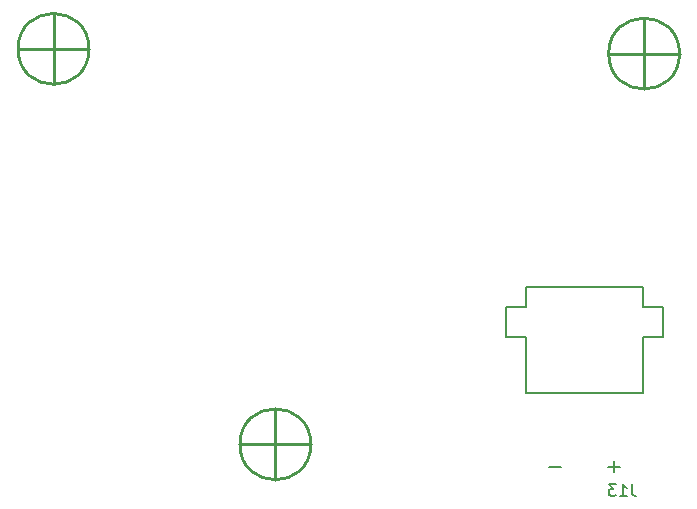
<source format=gbr>
%TF.GenerationSoftware,KiCad,Pcbnew,8.0.3*%
%TF.CreationDate,2025-04-18T12:15:05-03:00*%
%TF.ProjectId,mini,6d696e69-2e6b-4696-9361-645f70636258,rev?*%
%TF.SameCoordinates,Original*%
%TF.FileFunction,Legend,Bot*%
%TF.FilePolarity,Positive*%
%FSLAX46Y46*%
G04 Gerber Fmt 4.6, Leading zero omitted, Abs format (unit mm)*
G04 Created by KiCad (PCBNEW 8.0.3) date 2025-04-18 12:15:05*
%MOMM*%
%LPD*%
G01*
G04 APERTURE LIST*
%ADD10C,0.150000*%
%ADD11C,0.254000*%
%ADD12C,0.127000*%
G04 APERTURE END LIST*
D10*
X177144523Y-72052319D02*
X177144523Y-72766604D01*
X177144523Y-72766604D02*
X177192142Y-72909461D01*
X177192142Y-72909461D02*
X177287380Y-73004700D01*
X177287380Y-73004700D02*
X177430237Y-73052319D01*
X177430237Y-73052319D02*
X177525475Y-73052319D01*
X176144523Y-73052319D02*
X176715951Y-73052319D01*
X176430237Y-73052319D02*
X176430237Y-72052319D01*
X176430237Y-72052319D02*
X176525475Y-72195176D01*
X176525475Y-72195176D02*
X176620713Y-72290414D01*
X176620713Y-72290414D02*
X176715951Y-72338033D01*
X175811189Y-72052319D02*
X175192142Y-72052319D01*
X175192142Y-72052319D02*
X175525475Y-72433271D01*
X175525475Y-72433271D02*
X175382618Y-72433271D01*
X175382618Y-72433271D02*
X175287380Y-72480890D01*
X175287380Y-72480890D02*
X175239761Y-72528509D01*
X175239761Y-72528509D02*
X175192142Y-72623747D01*
X175192142Y-72623747D02*
X175192142Y-72861842D01*
X175192142Y-72861842D02*
X175239761Y-72957080D01*
X175239761Y-72957080D02*
X175287380Y-73004700D01*
X175287380Y-73004700D02*
X175382618Y-73052319D01*
X175382618Y-73052319D02*
X175668332Y-73052319D01*
X175668332Y-73052319D02*
X175763570Y-73004700D01*
X175763570Y-73004700D02*
X175811189Y-72957080D01*
D11*
%TO.C,hole_3mm*%
X143980000Y-68680000D02*
X149980000Y-68680000D01*
X146980000Y-65680000D02*
X146980000Y-71680000D01*
X149980000Y-68680000D02*
G75*
G02*
X143980000Y-68680000I-3000000J0D01*
G01*
X143980000Y-68680000D02*
G75*
G02*
X149980000Y-68680000I3000000J0D01*
G01*
X125200000Y-35200000D02*
X131200000Y-35200000D01*
X128200000Y-32200000D02*
X128200000Y-38200000D01*
X131200000Y-35200000D02*
G75*
G02*
X125200000Y-35200000I-3000000J0D01*
G01*
X125200000Y-35200000D02*
G75*
G02*
X131200000Y-35200000I3000000J0D01*
G01*
X175200000Y-35600000D02*
X181200000Y-35600000D01*
X178200000Y-32600000D02*
X178200000Y-38600000D01*
X181200000Y-35600000D02*
G75*
G02*
X175200000Y-35600000I-3000000J0D01*
G01*
X175200000Y-35600000D02*
G75*
G02*
X181200000Y-35600000I3000000J0D01*
G01*
D12*
%TO.C,J13*%
X166510000Y-57060000D02*
X168210000Y-57060000D01*
X166510000Y-59560000D02*
X166510000Y-57060000D01*
X168210000Y-55360000D02*
X178110000Y-55360000D01*
X168210000Y-57060000D02*
X168210000Y-55360000D01*
X168210000Y-59560000D02*
X166510000Y-59560000D01*
X168210000Y-64360000D02*
X168210000Y-59560000D01*
X170160000Y-70560000D02*
X171160000Y-70560000D01*
X175160000Y-70560000D02*
X176160000Y-70560000D01*
X175660000Y-70060000D02*
X175660000Y-71060000D01*
X178110000Y-55360000D02*
X178110000Y-57060000D01*
X178110000Y-57060000D02*
X179810000Y-57060000D01*
X178110000Y-59560000D02*
X178110000Y-64360000D01*
X178110000Y-64360000D02*
X168210000Y-64360000D01*
X179810000Y-57060000D02*
X179810000Y-59560000D01*
X179810000Y-59560000D02*
X178110000Y-59560000D01*
%TD*%
M02*

</source>
